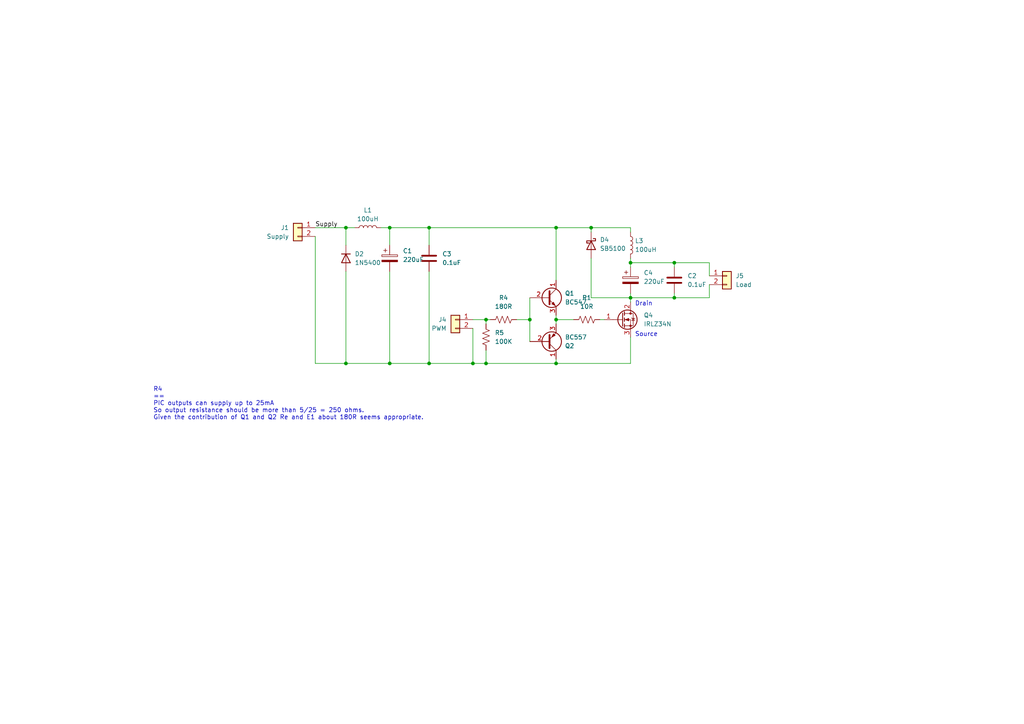
<source format=kicad_sch>
(kicad_sch (version 20230121) (generator eeschema)
  (paper "A4")
  (title_block (title "Battery Heater") (date "2023-10-22") (rev "1") (company "Andrew Boyson"))
  (lib_symbols
    (symbol "Connector_Generic:Conn_01x02" (pin_names (offset 1.016) hide)
      (property "Reference" "J" (at 0 2.54 0))
      (property "Value" "Conn_01x02" (at 0 -5.08 0))
      (symbol "Conn_01x02_1_1"
        (rectangle (start -1.27 -2.413) (end 0 -2.667) (stroke (width 0.1524)))
        (rectangle (start -1.27 0.127) (end 0 -0.127) (stroke (width 0.1524)))
        (rectangle (start -1.27 1.27) (end 1.27 -3.81) (stroke (width 0.254)) (fill (type background)))
        (pin passive line (at -5.08 0 0) (length 3.81) (name "Pin_1") (number "1"))
        (pin passive line (at -5.08 -2.54 0) (length 3.81) (name "Pin_2") (number "2"))
      )
    )
    (symbol "Device:C" (pin_numbers hide) (pin_names (offset 0.254))
      (property "Reference" "C" (at 0.635 2.54 0))
      (property "Value" "C" (at 0.635 -2.54 0))
      (symbol "C_0_1"
        (polyline (pts (xy -2.032 -0.762) (xy 2.032 -0.762)) (stroke (width 0.508)))
        (polyline (pts (xy -2.032 0.762) (xy 2.032 0.762)) (stroke (width 0.508)))
      )
      (symbol "C_1_1"
        (pin passive line (at 0 3.81 270) (length 2.794) (name "~") (number "1"))
        (pin passive line (at 0 -3.81 90) (length 2.794) (name "~") (number "2"))
      )
    )
    (symbol "Device:C_Polarized" (pin_numbers hide) (pin_names (offset 0.254))
      (property "Reference" "C" (at 0.635 2.54 0))
      (property "Value" "C_Polarized" (at 0.635 -2.54 0))
      (symbol "C_Polarized_0_1"
        (rectangle (start -2.286 0.508) (end 2.286 1.016))
        (polyline (pts (xy -1.778 2.286) (xy -0.762 2.286)))
        (polyline (pts (xy -1.27 2.794) (xy -1.27 1.778)))
        (rectangle (start 2.286 -0.508) (end -2.286 -1.016) (fill (type outline)))
      )
      (symbol "C_Polarized_1_1"
        (pin passive line (at 0 3.81 270) (length 2.794) (name "~") (number "1"))
        (pin passive line (at 0 -3.81 90) (length 2.794) (name "~") (number "2"))
      )
    )
    (symbol "Device:D_Schottky" (pin_numbers hide) (pin_names (offset 1.016) hide)
      (property "Reference" "D" (at 0 2.54 0))
      (property "Value" "D_Schottky" (at 0 -2.54 0))
      (symbol "D_Schottky_0_1"
        (polyline (pts (xy 1.27 0) (xy -1.27 0)))
        (polyline (pts (xy 1.27 1.27) (xy 1.27 -1.27) (xy -1.27 0) (xy 1.27 1.27)) (stroke (width 0.254)))
        (polyline (pts (xy -1.905 0.635) (xy -1.905 1.27) (xy -1.27 1.27) (xy -1.27 -1.27) (xy -0.635 -1.27) (xy -0.635 -0.635)) (stroke (width 0.254)))
      )
      (symbol "D_Schottky_1_1"
        (pin passive line (at -3.81 0 0) (length 2.54) (name "K") (number "1"))
        (pin passive line (at 3.81 0 180) (length 2.54) (name "A") (number "2"))
      )
    )
    (symbol "Device:L" (pin_numbers hide) (pin_names (offset 1.016) hide)
      (property "Reference" "L" (at -1.27 0 90))
      (property "Value" "L" (at 1.905 0 90))
      (symbol "L_0_1"
        (arc (start 0 -2.54) (mid 0.6323 -1.905) (end 0 -1.27))
        (arc (start 0 -1.27) (mid 0.6323 -0.635) (end 0 0))
        (arc (start 0 0) (mid 0.6323 0.635) (end 0 1.27))
        (arc (start 0 1.27) (mid 0.6323 1.905) (end 0 2.54))
      )
      (symbol "L_1_1"
        (pin passive line (at 0 3.81 270) (length 1.27) (name "1") (number "1"))
        (pin passive line (at 0 -3.81 90) (length 1.27) (name "2") (number "2"))
      )
    )
    (symbol "Device:R_US" (pin_numbers hide) (pin_names (offset 0))
      (property "Reference" "R" (at 2.54 0 90))
      (property "Value" "R_US" (at -2.54 0 90))
      (symbol "R_US_0_1"
        (polyline (pts (xy 0 -2.286) (xy 0 -2.54)))
        (polyline (pts (xy 0 2.286) (xy 0 2.54)))
        (polyline (pts (xy 0 -0.762) (xy 1.016 -1.143) (xy 0 -1.524) (xy -1.016 -1.905) (xy 0 -2.286)))
        (polyline (pts (xy 0 0.762) (xy 1.016 0.381) (xy 0 0) (xy -1.016 -0.381) (xy 0 -0.762)))
        (polyline (pts (xy 0 2.286) (xy 1.016 1.905) (xy 0 1.524) (xy -1.016 1.143) (xy 0 0.762)))
      )
      (symbol "R_US_1_1"
        (pin passive line (at 0 3.81 270) (length 1.27) (name "~") (number "1"))
        (pin passive line (at 0 -3.81 90) (length 1.27) (name "~") (number "2"))
      )
    )
    (symbol "Diode:1N5400" (pin_numbers hide) (pin_names hide)
      (property "Reference" "D" (at 0 2.54 0))
      (property "Value" "1N5400" (at 0 -2.54 0))
      (symbol "1N5400_0_1"
        (polyline (pts (xy -1.27 1.27) (xy -1.27 -1.27)) (stroke (width 0.254)))
        (polyline (pts (xy 1.27 0) (xy -1.27 0)))
        (polyline (pts (xy 1.27 1.27) (xy 1.27 -1.27) (xy -1.27 0) (xy 1.27 1.27)) (stroke (width 0.254)))
      )
      (symbol "1N5400_1_1"
        (pin passive line (at -3.81 0 0) (length 2.54) (name "K") (number "1"))
        (pin passive line (at 3.81 0 180) (length 2.54) (name "A") (number "2"))
      )
    )
    (symbol "Transistor_BJT:BC547" (pin_names (offset 0) hide)
      (property "Reference" "Q" (at 5.08 1.905 0))
      (property "Value" "BC547" (at 5.08 0 0))
      (symbol "BC547_0_1"
        (polyline (pts (xy 0 0) (xy 0.635 0)))
        (polyline (pts (xy 0.635 0.635) (xy 2.54 2.54)))
        (polyline (pts (xy 0.635 -0.635) (xy 2.54 -2.54) (xy 2.54 -2.54)))
        (polyline (pts (xy 0.635 1.905) (xy 0.635 -1.905) (xy 0.635 -1.905)) (stroke (width 0.508)))
        (polyline (pts (xy 1.27 -1.778) (xy 1.778 -1.27) (xy 2.286 -2.286) (xy 1.27 -1.778) (xy 1.27 -1.778)) (fill (type outline)))
        (circle (center 1.27 0) (radius 2.8194) (stroke (width 0.254)))
      )
      (symbol "BC547_1_1"
        (pin passive line (at 2.54 5.08 270) (length 2.54) (name "C") (number "1"))
        (pin input line (at -5.08 0 0) (length 5.08) (name "B") (number "2"))
        (pin passive line (at 2.54 -5.08 90) (length 2.54) (name "E") (number "3"))
      )
    )
    (symbol "Transistor_BJT:BC557" (pin_names (offset 0) hide)
      (property "Reference" "Q" (at 5.08 1.905 0))
      (property "Value" "BC557" (at 5.08 0 0))
      (symbol "BC557_0_1"
        (polyline (pts (xy 0.635 0.635) (xy 2.54 2.54)))
        (polyline (pts (xy 0.635 -0.635) (xy 2.54 -2.54) (xy 2.54 -2.54)))
        (polyline (pts (xy 0.635 1.905) (xy 0.635 -1.905) (xy 0.635 -1.905)) (stroke (width 0.508)))
        (polyline (pts (xy 2.286 -1.778) (xy 1.778 -2.286) (xy 1.27 -1.27) (xy 2.286 -1.778) (xy 2.286 -1.778)) (fill (type outline)))
        (circle (center 1.27 0) (radius 2.8194) (stroke (width 0.254)))
      )
      (symbol "BC557_1_1"
        (pin passive line (at 2.54 5.08 270) (length 2.54) (name "C") (number "1"))
        (pin input line (at -5.08 0 0) (length 5.715) (name "B") (number "2"))
        (pin passive line (at 2.54 -5.08 90) (length 2.54) (name "E") (number "3"))
      )
    )
    (symbol "Transistor_FET:IRLZ34N" (pin_names hide)
      (property "Reference" "Q" (at 6.35 1.905 0))
      (property "Value" "IRLZ34N" (at 6.35 0 0))
      (symbol "IRLZ34N_0_1"
        (polyline (pts (xy 0.254 0) (xy -2.54 0)))
        (polyline (pts (xy 0.254 1.905) (xy 0.254 -1.905)) (stroke (width 0.254)))
        (polyline (pts (xy 0.762 -1.27) (xy 0.762 -2.286)) (stroke (width 0.254)))
        (polyline (pts (xy 0.762 0.508) (xy 0.762 -0.508)) (stroke (width 0.254)))
        (polyline (pts (xy 0.762 2.286) (xy 0.762 1.27)) (stroke (width 0.254)))
        (polyline (pts (xy 2.54 2.54) (xy 2.54 1.778)))
        (polyline (pts (xy 2.54 -2.54) (xy 2.54 0) (xy 0.762 0)))
        (polyline (pts (xy 0.762 -1.778) (xy 3.302 -1.778) (xy 3.302 1.778) (xy 0.762 1.778)))
        (polyline (pts (xy 1.016 0) (xy 2.032 0.381) (xy 2.032 -0.381) (xy 1.016 0)) (fill (type outline)))
        (polyline (pts (xy 2.794 0.508) (xy 2.921 0.381) (xy 3.683 0.381) (xy 3.81 0.254)))
        (polyline (pts (xy 3.302 0.381) (xy 2.921 -0.254) (xy 3.683 -0.254) (xy 3.302 0.381)))
        (circle (center 1.651 0) (radius 2.794) (stroke (width 0.254)))
        (circle (center 2.54 -1.778) (radius 0.254) (fill (type outline)))
        (circle (center 2.54 1.778) (radius 0.254) (fill (type outline)))
      )
      (symbol "IRLZ34N_1_1"
        (pin input line (at -5.08 0 0) (length 2.54) (name "G") (number "1"))
        (pin passive line (at 2.54 5.08 270) (length 2.54) (name "D") (number "2"))
        (pin passive line (at 2.54 -5.08 90) (length 2.54) (name "S") (number "3"))
      )
    )
  )
  (junction (at 161.29 66.04))
  (junction (at 153.67 92.71))
  (junction (at 182.88 86.36))
  (junction (at 182.88 76.2))
  (junction (at 137.16 105.41))
  (junction (at 100.33 105.41))
  (junction (at 113.03 66.04))
  (junction (at 113.03 105.41))
  (junction (at 161.29 105.41))
  (junction (at 140.97 105.41))
  (junction (at 124.46 66.04))
  (junction (at 195.58 76.2))
  (junction (at 124.46 105.41))
  (junction (at 171.45 66.04))
  (junction (at 161.29 92.71))
  (junction (at 100.33 66.04))
  (junction (at 195.58 86.36))
  (junction (at 140.97 92.71))
  (wire (pts (xy 153.67 92.71) (xy 153.67 99.06)))
  (wire (pts (xy 161.29 66.04) (xy 161.29 81.28)))
  (wire (pts (xy 171.45 86.36) (xy 182.88 86.36)))
  (wire (pts (xy 149.86 92.71) (xy 153.67 92.71)))
  (wire (pts (xy 182.88 85.09) (xy 182.88 86.36)))
  (wire (pts (xy 100.33 105.41) (xy 113.03 105.41)))
  (wire (pts (xy 100.33 66.04) (xy 100.33 71.12)))
  (wire (pts (xy 161.29 92.71) (xy 166.37 92.71)))
  (wire (pts (xy 173.99 92.71) (xy 175.26 92.71)))
  (wire (pts (xy 182.88 97.79) (xy 182.88 105.41)))
  (wire (pts (xy 100.33 78.74) (xy 100.33 105.41)))
  (wire (pts (xy 161.29 91.44) (xy 161.29 92.71)))
  (wire (pts (xy 124.46 66.04) (xy 124.46 71.12)))
  (wire (pts (xy 171.45 66.04) (xy 171.45 67.31)))
  (wire (pts (xy 124.46 78.74) (xy 124.46 105.41)))
  (wire (pts (xy 91.44 68.58) (xy 91.44 105.41)))
  (wire (pts (xy 195.58 76.2) (xy 195.58 77.47)))
  (wire (pts (xy 195.58 76.2) (xy 182.88 76.2)))
  (wire (pts (xy 91.44 66.04) (xy 100.33 66.04)))
  (wire (pts (xy 124.46 66.04) (xy 161.29 66.04)))
  (wire (pts (xy 161.29 92.71) (xy 161.29 93.98)))
  (wire (pts (xy 161.29 66.04) (xy 171.45 66.04)))
  (wire (pts (xy 137.16 95.25) (xy 137.16 105.41)))
  (wire (pts (xy 171.45 74.93) (xy 171.45 86.36)))
  (wire (pts (xy 113.03 78.74) (xy 113.03 105.41)))
  (wire (pts (xy 161.29 104.14) (xy 161.29 105.41)))
  (wire (pts (xy 137.16 105.41) (xy 140.97 105.41)))
  (wire (pts (xy 182.88 76.2) (xy 182.88 74.93)))
  (wire (pts (xy 161.29 105.41) (xy 182.88 105.41)))
  (wire (pts (xy 205.74 76.2) (xy 195.58 76.2)))
  (wire (pts (xy 100.33 66.04) (xy 102.87 66.04)))
  (wire (pts (xy 140.97 105.41) (xy 161.29 105.41)))
  (wire (pts (xy 113.03 66.04) (xy 113.03 71.12)))
  (wire (pts (xy 182.88 66.04) (xy 182.88 67.31)))
  (wire (pts (xy 137.16 92.71) (xy 140.97 92.71)))
  (wire (pts (xy 140.97 92.71) (xy 142.24 92.71)))
  (wire (pts (xy 205.74 82.55) (xy 205.74 86.36)))
  (wire (pts (xy 171.45 66.04) (xy 182.88 66.04)))
  (wire (pts (xy 195.58 85.09) (xy 195.58 86.36)))
  (wire (pts (xy 182.88 76.2) (xy 182.88 77.47)))
  (wire (pts (xy 113.03 105.41) (xy 124.46 105.41)))
  (wire (pts (xy 153.67 86.36) (xy 153.67 92.71)))
  (wire (pts (xy 124.46 105.41) (xy 137.16 105.41)))
  (wire (pts (xy 110.49 66.04) (xy 113.03 66.04)))
  (wire (pts (xy 91.44 105.41) (xy 100.33 105.41)))
  (wire (pts (xy 140.97 92.71) (xy 140.97 93.98)))
  (wire (pts (xy 182.88 86.36) (xy 182.88 87.63)))
  (wire (pts (xy 140.97 101.6) (xy 140.97 105.41)))
  (wire (pts (xy 113.03 66.04) (xy 124.46 66.04)))
  (wire (pts (xy 182.88 86.36) (xy 195.58 86.36)))
  (wire (pts (xy 195.58 86.36) (xy 205.74 86.36)))
  (wire (pts (xy 205.74 80.01) (xy 205.74 76.2)))
  (text "Drain" (at 184.15 88.9 0) (effects (font (size 1.27 1.27)) (justify left bottom)))
  (text "Source" (at 184.15 97.79 0) (effects (font (size 1.27 1.27)) (justify left bottom)))
  (text "R4\n==\nPIC outputs can supply up to 25mA\nSo output resistance should be more than 5/25 = 250 ohms.\nGiven the contribution of Q1 and Q2 Re and E1 about 180R seems appropriate." (at 44.45 121.92 0) (effects (font (size 1.27 1.27)) (justify left bottom)))
  (label "Supply" (at 91.44 66.04 0))
  (symbol (lib_id "Transistor_FET:IRLZ34N") (at 180.34 92.71 0) (unit 1)
    (property "Reference" "Q4" (at 186.69 91.44 0) (effects (justify left)))
    (property "Value" "IRLZ34N" (at 186.69 93.98 0) (effects (justify left)))
    (property "Footprint" "Package_TO_SOT_THT:TO-220-3_Vertical" (effects hide))
    (property "Datasheet" "http://www.infineon.com/dgdl/irlz34npbf.pdf?fileId=5546d462533600a40153567206892720" (effects hide))
  )
  (symbol (lib_id "Diode:1N5400") (at 100.33 74.93 270) (unit 1)
    (property "Reference" "D2" (at 102.87 73.66 90) (effects (justify left)))
    (property "Value" "1N5400" (at 102.87 76.2 90) (effects (justify left)))
    (property "Footprint" "Diode_THT:D_DO-201AD_P15.24mm_Horizontal" (effects hide))
    (property "Datasheet" "http://www.vishay.com/docs/88516/1n5400.pdf" (effects hide))
    (property "Sim.Device" "D" (effects hide))
    (property "Sim.Pins" "1=K 2=A" (effects hide))
  )
  (symbol (lib_id "Device:C_Polarized") (at 182.88 81.28 0) (unit 1)
    (property "Reference" "C4" (at 186.69 79.121 0) (effects (justify left)))
    (property "Value" "220uF" (at 186.69 81.661 0) (effects (justify left)))
    (property "Footprint" "Capacitor_THT:CP_Radial_D5.0mm_P2.50mm" (effects hide))
  )
  (symbol (lib_id "Device:C") (at 195.58 81.28 0) (unit 1)
    (property "Reference" "C2" (at 199.39 80.01 0) (effects (justify left)))
    (property "Value" "0.1uF" (at 199.39 82.55 0) (effects (justify left)))
    (property "Footprint" "Capacitor_THT:C_Rect_L9.0mm_W4.0mm_P7.50mm_MKT" (effects hide))
  )
  (symbol (lib_id "Device:D_Schottky") (at 171.45 71.12 270) (unit 1)
    (property "Reference" "D4" (at 173.99 69.5325 90) (effects (justify left)))
    (property "Value" "SB5100" (at 173.99 72.0725 90) (effects (justify left)))
    (property "Footprint" "Diode_THT:D_DO-15_P15.24mm_Horizontal" (effects hide))
  )
  (symbol (lib_id "Device:C") (at 124.46 74.93 0) (unit 1)
    (property "Reference" "C3" (at 128.27 73.66 0) (effects (justify left)))
    (property "Value" "0.1uF" (at 128.27 76.2 0) (effects (justify left)))
    (property "Footprint" "Capacitor_THT:C_Rect_L9.0mm_W4.0mm_P7.50mm_MKT" (effects hide))
  )
  (symbol (lib_id "Device:L") (at 106.68 66.04 90) (unit 1)
    (property "Reference" "L1" (at 106.68 60.96 90))
    (property "Value" "100uH" (at 106.68 63.5 90))
    (property "Footprint" "Inductor_THT:L_Toroid_Vertical_L22.4mm_W10.2mm_P7.90mm_Vishay_TJ4" (effects hide))
  )
  (symbol (lib_id "Transistor_BJT:BC547") (at 158.75 86.36 0) (unit 1)
    (property "Reference" "Q1" (at 163.83 85.09 0) (effects (justify left)))
    (property "Value" "BC547" (at 163.83 87.63 0) (effects (justify left)))
    (property "Footprint" "Package_TO_SOT_THT:TO-92_Inline" (effects hide))
    (property "Datasheet" "https://www.onsemi.com/pub/Collateral/BC550-D.pdf" (effects hide))
  )
  (symbol (lib_id "Device:R_US") (at 146.05 92.71 90) (unit 1)
    (property "Reference" "R4" (at 146.05 86.36 90))
    (property "Value" "180R" (at 146.05 88.9 90))
    (property "Footprint" "Resistor_THT:R_Axial_DIN0204_L3.6mm_D1.6mm_P7.62mm_Horizontal" (effects hide))
  )
  (symbol (lib_id "Device:R_US") (at 140.97 97.79 0) (unit 1)
    (property "Reference" "R5" (at 143.51 96.52 0) (effects (justify left)))
    (property "Value" "100K" (at 143.51 99.06 0) (effects (justify left)))
    (property "Footprint" "Resistor_THT:R_Axial_DIN0204_L3.6mm_D1.6mm_P7.62mm_Horizontal" (effects hide))
  )
  (symbol (lib_id "Device:C_Polarized") (at 113.03 74.93 0) (unit 1)
    (property "Reference" "C1" (at 116.84 72.771 0) (effects (justify left)))
    (property "Value" "220uF" (at 116.84 75.311 0) (effects (justify left)))
    (property "Footprint" "Capacitor_THT:CP_Radial_D5.0mm_P2.50mm" (effects hide))
  )
  (symbol (lib_id "Connector_Generic:Conn_01x02") (at 86.36 66.04 0) (mirror y) (unit 1)
    (property "Reference" "J1" (at 83.82 66.04 0) (effects (justify left)))
    (property "Value" "Supply" (at 83.82 68.58 0) (effects (justify left)))
    (property "Footprint" "Connector_JST:JST_EH_B2B-EH-A_1x02_P2.50mm_Vertical" (effects hide))
  )
  (symbol (lib_id "Device:L") (at 182.88 71.12 0) (unit 1)
    (property "Reference" "L3" (at 184.15 69.85 0) (effects (justify left)))
    (property "Value" "100uH" (at 184.15 72.39 0) (effects (justify left)))
    (property "Footprint" "Inductor_THT:L_Toroid_Vertical_L22.4mm_W10.2mm_P7.90mm_Vishay_TJ4" (effects hide))
  )
  (symbol (lib_id "Connector_Generic:Conn_01x02") (at 210.82 80.01 0) (unit 1)
    (property "Reference" "J5" (at 213.36 80.01 0) (effects (justify left)))
    (property "Value" "Load" (at 213.36 82.55 0) (effects (justify left)))
    (property "Footprint" "Connector_JST:JST_EH_B2B-EH-A_1x02_P2.50mm_Vertical" (effects hide))
  )
  (symbol (lib_id "Transistor_BJT:BC557") (at 158.75 99.06 0) (mirror x) (unit 1)
    (property "Reference" "Q2" (at 163.83 100.33 0) (effects (justify left)))
    (property "Value" "BC557" (at 163.83 97.79 0) (effects (justify left)))
    (property "Footprint" "Package_TO_SOT_THT:TO-92_Inline" (effects hide))
    (property "Datasheet" "https://www.onsemi.com/pub/Collateral/BC556BTA-D.pdf" (effects hide))
  )
  (symbol (lib_id "Connector_Generic:Conn_01x02") (at 132.08 92.71 0) (mirror y) (unit 1)
    (property "Reference" "J4" (at 129.54 92.71 0) (effects (justify left)))
    (property "Value" "PWM" (at 129.54 95.25 0) (effects (justify left)))
    (property "Footprint" "Connector_JST:JST_EH_B2B-EH-A_1x02_P2.50mm_Vertical" (effects hide))
  )
  (symbol (lib_id "Device:R_US") (at 170.18 92.71 90) (unit 1)
    (property "Reference" "R1" (at 170.18 86.36 90))
    (property "Value" "10R" (at 170.18 88.9 90))
    (property "Footprint" "Resistor_THT:R_Axial_DIN0204_L3.6mm_D1.6mm_P7.62mm_Horizontal" (effects hide))
  )
)
</source>
